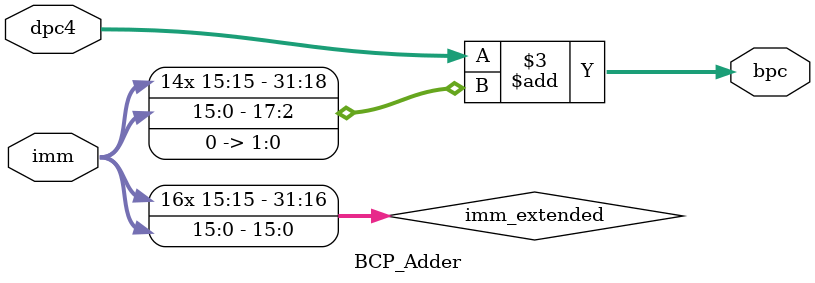
<source format=v>
`timescale 1ns / 1ps

module BCP_Adder(
    input wire [31:0] dpc4,
    input wire [15:0] imm,
    output reg [31:0] bpc
);
    wire [31:0] imm_extended = {{16{imm[15]}}, imm};
    always @(*)
        begin
            bpc = dpc4 + (imm_extended << 2);
        end
endmodule

</source>
